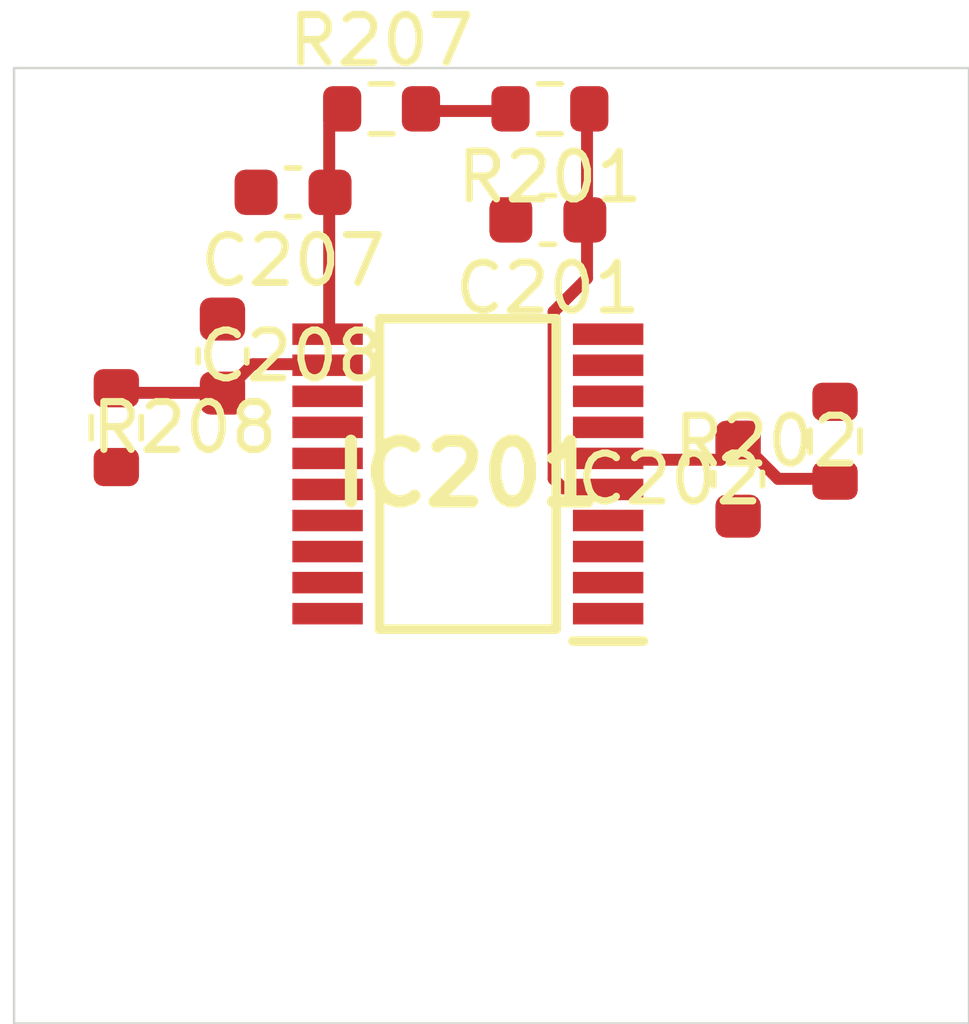
<source format=kicad_pcb>
 ( kicad_pcb  ( version 20171130 )
 ( host pcbnew 5.1.12-84ad8e8a86~92~ubuntu18.04.1 )
 ( general  ( thickness 1.6 )
 ( drawings 4 )
 ( tracks 0 )
 ( zones 0 )
 ( modules 9 )
 ( nets 19 )
)
 ( page A4 )
 ( layers  ( 0 F.Cu signal )
 ( 31 B.Cu signal )
 ( 32 B.Adhes user )
 ( 33 F.Adhes user )
 ( 34 B.Paste user )
 ( 35 F.Paste user )
 ( 36 B.SilkS user )
 ( 37 F.SilkS user )
 ( 38 B.Mask user )
 ( 39 F.Mask user )
 ( 40 Dwgs.User user )
 ( 41 Cmts.User user )
 ( 42 Eco1.User user )
 ( 43 Eco2.User user )
 ( 44 Edge.Cuts user )
 ( 45 Margin user )
 ( 46 B.CrtYd user )
 ( 47 F.CrtYd user )
 ( 48 B.Fab user )
 ( 49 F.Fab user )
)
 ( setup  ( last_trace_width 0.25 )
 ( trace_clearance 0.2 )
 ( zone_clearance 0.508 )
 ( zone_45_only no )
 ( trace_min 0.2 )
 ( via_size 0.8 )
 ( via_drill 0.4 )
 ( via_min_size 0.4 )
 ( via_min_drill 0.3 )
 ( uvia_size 0.3 )
 ( uvia_drill 0.1 )
 ( uvias_allowed no )
 ( uvia_min_size 0.2 )
 ( uvia_min_drill 0.1 )
 ( edge_width 0.05 )
 ( segment_width 0.2 )
 ( pcb_text_width 0.3 )
 ( pcb_text_size 1.5 1.5 )
 ( mod_edge_width 0.12 )
 ( mod_text_size 1 1 )
 ( mod_text_width 0.15 )
 ( pad_size 1.524 1.524 )
 ( pad_drill 0.762 )
 ( pad_to_mask_clearance 0 )
 ( aux_axis_origin 0 0 )
 ( visible_elements FFFFFF7F )
 ( pcbplotparams  ( layerselection 0x010fc_ffffffff )
 ( usegerberextensions false )
 ( usegerberattributes true )
 ( usegerberadvancedattributes true )
 ( creategerberjobfile true )
 ( excludeedgelayer true )
 ( linewidth 0.100000 )
 ( plotframeref false )
 ( viasonmask false )
 ( mode 1 )
 ( useauxorigin false )
 ( hpglpennumber 1 )
 ( hpglpenspeed 20 )
 ( hpglpendiameter 15.000000 )
 ( psnegative false )
 ( psa4output false )
 ( plotreference true )
 ( plotvalue true )
 ( plotinvisibletext false )
 ( padsonsilk false )
 ( subtractmaskfromsilk false )
 ( outputformat 1 )
 ( mirror false )
 ( drillshape 1 )
 ( scaleselection 1 )
 ( outputdirectory "" )
)
)
 ( net 0 "" )
 ( net 1 GND )
 ( net 2 /Sheet6235D886/ch0 )
 ( net 3 /Sheet6235D886/ch1 )
 ( net 4 /Sheet6235D886/ch2 )
 ( net 5 /Sheet6235D886/ch3 )
 ( net 6 /Sheet6235D886/ch4 )
 ( net 7 /Sheet6235D886/ch5 )
 ( net 8 /Sheet6235D886/ch6 )
 ( net 9 /Sheet6235D886/ch7 )
 ( net 10 VDD )
 ( net 11 VDDA )
 ( net 12 /Sheet6235D886/adc_csn )
 ( net 13 /Sheet6235D886/adc_sck )
 ( net 14 /Sheet6235D886/adc_sdi )
 ( net 15 /Sheet6235D886/adc_sdo )
 ( net 16 /Sheet6235D886/vp )
 ( net 17 /Sheet6248AD22/chn0 )
 ( net 18 /Sheet6248AD22/chn3 )
 ( net_class Default "This is the default net class."  ( clearance 0.2 )
 ( trace_width 0.25 )
 ( via_dia 0.8 )
 ( via_drill 0.4 )
 ( uvia_dia 0.3 )
 ( uvia_drill 0.1 )
 ( add_net /Sheet6235D886/adc_csn )
 ( add_net /Sheet6235D886/adc_sck )
 ( add_net /Sheet6235D886/adc_sdi )
 ( add_net /Sheet6235D886/adc_sdo )
 ( add_net /Sheet6235D886/ch0 )
 ( add_net /Sheet6235D886/ch1 )
 ( add_net /Sheet6235D886/ch2 )
 ( add_net /Sheet6235D886/ch3 )
 ( add_net /Sheet6235D886/ch4 )
 ( add_net /Sheet6235D886/ch5 )
 ( add_net /Sheet6235D886/ch6 )
 ( add_net /Sheet6235D886/ch7 )
 ( add_net /Sheet6235D886/vp )
 ( add_net /Sheet6248AD22/chn0 )
 ( add_net /Sheet6248AD22/chn3 )
 ( add_net GND )
 ( add_net VDD )
 ( add_net VDDA )
)
 ( module Capacitor_SMD:C_0603_1608Metric  ( layer F.Cu )
 ( tedit 5F68FEEE )
 ( tstamp 6234222D )
 ( at 91.179556 103.179754 180.000000 )
 ( descr "Capacitor SMD 0603 (1608 Metric), square (rectangular) end terminal, IPC_7351 nominal, (Body size source: IPC-SM-782 page 76, https://www.pcb-3d.com/wordpress/wp-content/uploads/ipc-sm-782a_amendment_1_and_2.pdf), generated with kicad-footprint-generator" )
 ( tags capacitor )
 ( path /6235D887/623691C5 )
 ( attr smd )
 ( fp_text reference C201  ( at 0 -1.43 )
 ( layer F.SilkS )
 ( effects  ( font  ( size 1 1 )
 ( thickness 0.15 )
)
)
)
 ( fp_text value 0.1uF  ( at 0 1.43 )
 ( layer F.Fab )
 ( effects  ( font  ( size 1 1 )
 ( thickness 0.15 )
)
)
)
 ( fp_line  ( start -0.8 0.4 )
 ( end -0.8 -0.4 )
 ( layer F.Fab )
 ( width 0.1 )
)
 ( fp_line  ( start -0.8 -0.4 )
 ( end 0.8 -0.4 )
 ( layer F.Fab )
 ( width 0.1 )
)
 ( fp_line  ( start 0.8 -0.4 )
 ( end 0.8 0.4 )
 ( layer F.Fab )
 ( width 0.1 )
)
 ( fp_line  ( start 0.8 0.4 )
 ( end -0.8 0.4 )
 ( layer F.Fab )
 ( width 0.1 )
)
 ( fp_line  ( start -0.14058 -0.51 )
 ( end 0.14058 -0.51 )
 ( layer F.SilkS )
 ( width 0.12 )
)
 ( fp_line  ( start -0.14058 0.51 )
 ( end 0.14058 0.51 )
 ( layer F.SilkS )
 ( width 0.12 )
)
 ( fp_line  ( start -1.48 0.73 )
 ( end -1.48 -0.73 )
 ( layer F.CrtYd )
 ( width 0.05 )
)
 ( fp_line  ( start -1.48 -0.73 )
 ( end 1.48 -0.73 )
 ( layer F.CrtYd )
 ( width 0.05 )
)
 ( fp_line  ( start 1.48 -0.73 )
 ( end 1.48 0.73 )
 ( layer F.CrtYd )
 ( width 0.05 )
)
 ( fp_line  ( start 1.48 0.73 )
 ( end -1.48 0.73 )
 ( layer F.CrtYd )
 ( width 0.05 )
)
 ( fp_text user %R  ( at 0 0 )
 ( layer F.Fab )
 ( effects  ( font  ( size 0.4 0.4 )
 ( thickness 0.06 )
)
)
)
 ( pad 2 smd roundrect  ( at 0.775 0 180.000000 )
 ( size 0.9 0.95 )
 ( layers F.Cu F.Mask F.Paste )
 ( roundrect_rratio 0.25 )
 ( net 1 GND )
)
 ( pad 1 smd roundrect  ( at -0.775 0 180.000000 )
 ( size 0.9 0.95 )
 ( layers F.Cu F.Mask F.Paste )
 ( roundrect_rratio 0.25 )
 ( net 2 /Sheet6235D886/ch0 )
)
 ( model ${KISYS3DMOD}/Capacitor_SMD.3dshapes/C_0603_1608Metric.wrl  ( at  ( xyz 0 0 0 )
)
 ( scale  ( xyz 1 1 1 )
)
 ( rotate  ( xyz 0 0 0 )
)
)
)
 ( module Capacitor_SMD:C_0603_1608Metric  ( layer F.Cu )
 ( tedit 5F68FEEE )
 ( tstamp 6234223E )
 ( at 95.163887 108.605931 90.000000 )
 ( descr "Capacitor SMD 0603 (1608 Metric), square (rectangular) end terminal, IPC_7351 nominal, (Body size source: IPC-SM-782 page 76, https://www.pcb-3d.com/wordpress/wp-content/uploads/ipc-sm-782a_amendment_1_and_2.pdf), generated with kicad-footprint-generator" )
 ( tags capacitor )
 ( path /6235D887/62369EE0 )
 ( attr smd )
 ( fp_text reference C202  ( at 0 -1.43 )
 ( layer F.SilkS )
 ( effects  ( font  ( size 1 1 )
 ( thickness 0.15 )
)
)
)
 ( fp_text value 0.1uF  ( at 0 1.43 )
 ( layer F.Fab )
 ( effects  ( font  ( size 1 1 )
 ( thickness 0.15 )
)
)
)
 ( fp_line  ( start 1.48 0.73 )
 ( end -1.48 0.73 )
 ( layer F.CrtYd )
 ( width 0.05 )
)
 ( fp_line  ( start 1.48 -0.73 )
 ( end 1.48 0.73 )
 ( layer F.CrtYd )
 ( width 0.05 )
)
 ( fp_line  ( start -1.48 -0.73 )
 ( end 1.48 -0.73 )
 ( layer F.CrtYd )
 ( width 0.05 )
)
 ( fp_line  ( start -1.48 0.73 )
 ( end -1.48 -0.73 )
 ( layer F.CrtYd )
 ( width 0.05 )
)
 ( fp_line  ( start -0.14058 0.51 )
 ( end 0.14058 0.51 )
 ( layer F.SilkS )
 ( width 0.12 )
)
 ( fp_line  ( start -0.14058 -0.51 )
 ( end 0.14058 -0.51 )
 ( layer F.SilkS )
 ( width 0.12 )
)
 ( fp_line  ( start 0.8 0.4 )
 ( end -0.8 0.4 )
 ( layer F.Fab )
 ( width 0.1 )
)
 ( fp_line  ( start 0.8 -0.4 )
 ( end 0.8 0.4 )
 ( layer F.Fab )
 ( width 0.1 )
)
 ( fp_line  ( start -0.8 -0.4 )
 ( end 0.8 -0.4 )
 ( layer F.Fab )
 ( width 0.1 )
)
 ( fp_line  ( start -0.8 0.4 )
 ( end -0.8 -0.4 )
 ( layer F.Fab )
 ( width 0.1 )
)
 ( fp_text user %R  ( at 0 0 )
 ( layer F.Fab )
 ( effects  ( font  ( size 0.4 0.4 )
 ( thickness 0.06 )
)
)
)
 ( pad 1 smd roundrect  ( at -0.775 0 90.000000 )
 ( size 0.9 0.95 )
 ( layers F.Cu F.Mask F.Paste )
 ( roundrect_rratio 0.25 )
 ( net 1 GND )
)
 ( pad 2 smd roundrect  ( at 0.775 0 90.000000 )
 ( size 0.9 0.95 )
 ( layers F.Cu F.Mask F.Paste )
 ( roundrect_rratio 0.25 )
 ( net 3 /Sheet6235D886/ch1 )
)
 ( model ${KISYS3DMOD}/Capacitor_SMD.3dshapes/C_0603_1608Metric.wrl  ( at  ( xyz 0 0 0 )
)
 ( scale  ( xyz 1 1 1 )
)
 ( rotate  ( xyz 0 0 0 )
)
)
)
 ( module Capacitor_SMD:C_0603_1608Metric  ( layer F.Cu )
 ( tedit 5F68FEEE )
 ( tstamp 62342293 )
 ( at 85.842830 102.602815 180.000000 )
 ( descr "Capacitor SMD 0603 (1608 Metric), square (rectangular) end terminal, IPC_7351 nominal, (Body size source: IPC-SM-782 page 76, https://www.pcb-3d.com/wordpress/wp-content/uploads/ipc-sm-782a_amendment_1_and_2.pdf), generated with kicad-footprint-generator" )
 ( tags capacitor )
 ( path /6235D887/6238B3FE )
 ( attr smd )
 ( fp_text reference C207  ( at 0 -1.43 )
 ( layer F.SilkS )
 ( effects  ( font  ( size 1 1 )
 ( thickness 0.15 )
)
)
)
 ( fp_text value 0.1uF  ( at 0 1.43 )
 ( layer F.Fab )
 ( effects  ( font  ( size 1 1 )
 ( thickness 0.15 )
)
)
)
 ( fp_line  ( start -0.8 0.4 )
 ( end -0.8 -0.4 )
 ( layer F.Fab )
 ( width 0.1 )
)
 ( fp_line  ( start -0.8 -0.4 )
 ( end 0.8 -0.4 )
 ( layer F.Fab )
 ( width 0.1 )
)
 ( fp_line  ( start 0.8 -0.4 )
 ( end 0.8 0.4 )
 ( layer F.Fab )
 ( width 0.1 )
)
 ( fp_line  ( start 0.8 0.4 )
 ( end -0.8 0.4 )
 ( layer F.Fab )
 ( width 0.1 )
)
 ( fp_line  ( start -0.14058 -0.51 )
 ( end 0.14058 -0.51 )
 ( layer F.SilkS )
 ( width 0.12 )
)
 ( fp_line  ( start -0.14058 0.51 )
 ( end 0.14058 0.51 )
 ( layer F.SilkS )
 ( width 0.12 )
)
 ( fp_line  ( start -1.48 0.73 )
 ( end -1.48 -0.73 )
 ( layer F.CrtYd )
 ( width 0.05 )
)
 ( fp_line  ( start -1.48 -0.73 )
 ( end 1.48 -0.73 )
 ( layer F.CrtYd )
 ( width 0.05 )
)
 ( fp_line  ( start 1.48 -0.73 )
 ( end 1.48 0.73 )
 ( layer F.CrtYd )
 ( width 0.05 )
)
 ( fp_line  ( start 1.48 0.73 )
 ( end -1.48 0.73 )
 ( layer F.CrtYd )
 ( width 0.05 )
)
 ( fp_text user %R  ( at 0 0 )
 ( layer F.Fab )
 ( effects  ( font  ( size 0.4 0.4 )
 ( thickness 0.06 )
)
)
)
 ( pad 2 smd roundrect  ( at 0.775 0 180.000000 )
 ( size 0.9 0.95 )
 ( layers F.Cu F.Mask F.Paste )
 ( roundrect_rratio 0.25 )
 ( net 1 GND )
)
 ( pad 1 smd roundrect  ( at -0.775 0 180.000000 )
 ( size 0.9 0.95 )
 ( layers F.Cu F.Mask F.Paste )
 ( roundrect_rratio 0.25 )
 ( net 8 /Sheet6235D886/ch6 )
)
 ( model ${KISYS3DMOD}/Capacitor_SMD.3dshapes/C_0603_1608Metric.wrl  ( at  ( xyz 0 0 0 )
)
 ( scale  ( xyz 1 1 1 )
)
 ( rotate  ( xyz 0 0 0 )
)
)
)
 ( module Capacitor_SMD:C_0603_1608Metric  ( layer F.Cu )
 ( tedit 5F68FEEE )
 ( tstamp 623422A4 )
 ( at 84.364337 106.030372 270.000000 )
 ( descr "Capacitor SMD 0603 (1608 Metric), square (rectangular) end terminal, IPC_7351 nominal, (Body size source: IPC-SM-782 page 76, https://www.pcb-3d.com/wordpress/wp-content/uploads/ipc-sm-782a_amendment_1_and_2.pdf), generated with kicad-footprint-generator" )
 ( tags capacitor )
 ( path /6235D887/6238B404 )
 ( attr smd )
 ( fp_text reference C208  ( at 0 -1.43 )
 ( layer F.SilkS )
 ( effects  ( font  ( size 1 1 )
 ( thickness 0.15 )
)
)
)
 ( fp_text value 0.1uF  ( at 0 1.43 )
 ( layer F.Fab )
 ( effects  ( font  ( size 1 1 )
 ( thickness 0.15 )
)
)
)
 ( fp_line  ( start 1.48 0.73 )
 ( end -1.48 0.73 )
 ( layer F.CrtYd )
 ( width 0.05 )
)
 ( fp_line  ( start 1.48 -0.73 )
 ( end 1.48 0.73 )
 ( layer F.CrtYd )
 ( width 0.05 )
)
 ( fp_line  ( start -1.48 -0.73 )
 ( end 1.48 -0.73 )
 ( layer F.CrtYd )
 ( width 0.05 )
)
 ( fp_line  ( start -1.48 0.73 )
 ( end -1.48 -0.73 )
 ( layer F.CrtYd )
 ( width 0.05 )
)
 ( fp_line  ( start -0.14058 0.51 )
 ( end 0.14058 0.51 )
 ( layer F.SilkS )
 ( width 0.12 )
)
 ( fp_line  ( start -0.14058 -0.51 )
 ( end 0.14058 -0.51 )
 ( layer F.SilkS )
 ( width 0.12 )
)
 ( fp_line  ( start 0.8 0.4 )
 ( end -0.8 0.4 )
 ( layer F.Fab )
 ( width 0.1 )
)
 ( fp_line  ( start 0.8 -0.4 )
 ( end 0.8 0.4 )
 ( layer F.Fab )
 ( width 0.1 )
)
 ( fp_line  ( start -0.8 -0.4 )
 ( end 0.8 -0.4 )
 ( layer F.Fab )
 ( width 0.1 )
)
 ( fp_line  ( start -0.8 0.4 )
 ( end -0.8 -0.4 )
 ( layer F.Fab )
 ( width 0.1 )
)
 ( fp_text user %R  ( at 0 0 )
 ( layer F.Fab )
 ( effects  ( font  ( size 0.4 0.4 )
 ( thickness 0.06 )
)
)
)
 ( pad 1 smd roundrect  ( at -0.775 0 270.000000 )
 ( size 0.9 0.95 )
 ( layers F.Cu F.Mask F.Paste )
 ( roundrect_rratio 0.25 )
 ( net 1 GND )
)
 ( pad 2 smd roundrect  ( at 0.775 0 270.000000 )
 ( size 0.9 0.95 )
 ( layers F.Cu F.Mask F.Paste )
 ( roundrect_rratio 0.25 )
 ( net 9 /Sheet6235D886/ch7 )
)
 ( model ${KISYS3DMOD}/Capacitor_SMD.3dshapes/C_0603_1608Metric.wrl  ( at  ( xyz 0 0 0 )
)
 ( scale  ( xyz 1 1 1 )
)
 ( rotate  ( xyz 0 0 0 )
)
)
)
 ( module MCP3564R-E_ST:SOP65P640X120-20N locked  ( layer F.Cu )
 ( tedit 623351C2 )
 ( tstamp 623423D6 )
 ( at 89.504300 108.497000 180.000000 )
 ( descr "20-Lead Plastic Thin Shrink Small Outline (ST) - 4.4mm body [TSSOP]" )
 ( tags "Integrated Circuit" )
 ( path /6235D887/6235E071 )
 ( attr smd )
 ( fp_text reference IC201  ( at 0 0 )
 ( layer F.SilkS )
 ( effects  ( font  ( size 1.27 1.27 )
 ( thickness 0.254 )
)
)
)
 ( fp_text value MCP3564R-E_ST  ( at 0 0 )
 ( layer F.SilkS )
hide  ( effects  ( font  ( size 1.27 1.27 )
 ( thickness 0.254 )
)
)
)
 ( fp_line  ( start -3.925 -3.55 )
 ( end 3.925 -3.55 )
 ( layer Dwgs.User )
 ( width 0.05 )
)
 ( fp_line  ( start 3.925 -3.55 )
 ( end 3.925 3.55 )
 ( layer Dwgs.User )
 ( width 0.05 )
)
 ( fp_line  ( start 3.925 3.55 )
 ( end -3.925 3.55 )
 ( layer Dwgs.User )
 ( width 0.05 )
)
 ( fp_line  ( start -3.925 3.55 )
 ( end -3.925 -3.55 )
 ( layer Dwgs.User )
 ( width 0.05 )
)
 ( fp_line  ( start -2.2 -3.25 )
 ( end 2.2 -3.25 )
 ( layer Dwgs.User )
 ( width 0.1 )
)
 ( fp_line  ( start 2.2 -3.25 )
 ( end 2.2 3.25 )
 ( layer Dwgs.User )
 ( width 0.1 )
)
 ( fp_line  ( start 2.2 3.25 )
 ( end -2.2 3.25 )
 ( layer Dwgs.User )
 ( width 0.1 )
)
 ( fp_line  ( start -2.2 3.25 )
 ( end -2.2 -3.25 )
 ( layer Dwgs.User )
 ( width 0.1 )
)
 ( fp_line  ( start -2.2 -2.6 )
 ( end -1.55 -3.25 )
 ( layer Dwgs.User )
 ( width 0.1 )
)
 ( fp_line  ( start -1.85 -3.25 )
 ( end 1.85 -3.25 )
 ( layer F.SilkS )
 ( width 0.2 )
)
 ( fp_line  ( start 1.85 -3.25 )
 ( end 1.85 3.25 )
 ( layer F.SilkS )
 ( width 0.2 )
)
 ( fp_line  ( start 1.85 3.25 )
 ( end -1.85 3.25 )
 ( layer F.SilkS )
 ( width 0.2 )
)
 ( fp_line  ( start -1.85 3.25 )
 ( end -1.85 -3.25 )
 ( layer F.SilkS )
 ( width 0.2 )
)
 ( fp_line  ( start -3.675 -3.5 )
 ( end -2.2 -3.5 )
 ( layer F.SilkS )
 ( width 0.2 )
)
 ( pad 1 smd rect  ( at -2.938 -2.925 270.000000 )
 ( size 0.45 1.475 )
 ( layers F.Cu F.Mask F.Paste )
 ( net 11 VDDA )
)
 ( pad 2 smd rect  ( at -2.938 -2.275 270.000000 )
 ( size 0.45 1.475 )
 ( layers F.Cu F.Mask F.Paste )
 ( net 1 GND )
)
 ( pad 3 smd rect  ( at -2.938 -1.625 270.000000 )
 ( size 0.45 1.475 )
 ( layers F.Cu F.Mask F.Paste )
 ( net 1 GND )
)
 ( pad 4 smd rect  ( at -2.938 -0.975 270.000000 )
 ( size 0.45 1.475 )
 ( layers F.Cu F.Mask F.Paste )
)
 ( pad 5 smd rect  ( at -2.938 -0.325 270.000000 )
 ( size 0.45 1.475 )
 ( layers F.Cu F.Mask F.Paste )
 ( net 2 /Sheet6235D886/ch0 )
)
 ( pad 6 smd rect  ( at -2.938 0.325 270.000000 )
 ( size 0.45 1.475 )
 ( layers F.Cu F.Mask F.Paste )
 ( net 3 /Sheet6235D886/ch1 )
)
 ( pad 7 smd rect  ( at -2.938 0.975 270.000000 )
 ( size 0.45 1.475 )
 ( layers F.Cu F.Mask F.Paste )
 ( net 4 /Sheet6235D886/ch2 )
)
 ( pad 8 smd rect  ( at -2.938 1.625 270.000000 )
 ( size 0.45 1.475 )
 ( layers F.Cu F.Mask F.Paste )
 ( net 5 /Sheet6235D886/ch3 )
)
 ( pad 9 smd rect  ( at -2.938 2.275 270.000000 )
 ( size 0.45 1.475 )
 ( layers F.Cu F.Mask F.Paste )
 ( net 6 /Sheet6235D886/ch4 )
)
 ( pad 10 smd rect  ( at -2.938 2.925 270.000000 )
 ( size 0.45 1.475 )
 ( layers F.Cu F.Mask F.Paste )
 ( net 7 /Sheet6235D886/ch5 )
)
 ( pad 11 smd rect  ( at 2.938 2.925 270.000000 )
 ( size 0.45 1.475 )
 ( layers F.Cu F.Mask F.Paste )
 ( net 8 /Sheet6235D886/ch6 )
)
 ( pad 12 smd rect  ( at 2.938 2.275 270.000000 )
 ( size 0.45 1.475 )
 ( layers F.Cu F.Mask F.Paste )
 ( net 9 /Sheet6235D886/ch7 )
)
 ( pad 13 smd rect  ( at 2.938 1.625 270.000000 )
 ( size 0.45 1.475 )
 ( layers F.Cu F.Mask F.Paste )
 ( net 12 /Sheet6235D886/adc_csn )
)
 ( pad 14 smd rect  ( at 2.938 0.975 270.000000 )
 ( size 0.45 1.475 )
 ( layers F.Cu F.Mask F.Paste )
 ( net 13 /Sheet6235D886/adc_sck )
)
 ( pad 15 smd rect  ( at 2.938 0.325 270.000000 )
 ( size 0.45 1.475 )
 ( layers F.Cu F.Mask F.Paste )
 ( net 14 /Sheet6235D886/adc_sdi )
)
 ( pad 16 smd rect  ( at 2.938 -0.325 270.000000 )
 ( size 0.45 1.475 )
 ( layers F.Cu F.Mask F.Paste )
 ( net 15 /Sheet6235D886/adc_sdo )
)
 ( pad 17 smd rect  ( at 2.938 -0.975 270.000000 )
 ( size 0.45 1.475 )
 ( layers F.Cu F.Mask F.Paste )
)
 ( pad 18 smd rect  ( at 2.938 -1.625 270.000000 )
 ( size 0.45 1.475 )
 ( layers F.Cu F.Mask F.Paste )
)
 ( pad 19 smd rect  ( at 2.938 -2.275 270.000000 )
 ( size 0.45 1.475 )
 ( layers F.Cu F.Mask F.Paste )
 ( net 1 GND )
)
 ( pad 20 smd rect  ( at 2.938 -2.925 270.000000 )
 ( size 0.45 1.475 )
 ( layers F.Cu F.Mask F.Paste )
 ( net 10 VDD )
)
)
 ( module Resistor_SMD:R_0603_1608Metric  ( layer F.Cu )
 ( tedit 5F68FEEE )
 ( tstamp 6234250D )
 ( at 91.222518 100.855000 180.000000 )
 ( descr "Resistor SMD 0603 (1608 Metric), square (rectangular) end terminal, IPC_7351 nominal, (Body size source: IPC-SM-782 page 72, https://www.pcb-3d.com/wordpress/wp-content/uploads/ipc-sm-782a_amendment_1_and_2.pdf), generated with kicad-footprint-generator" )
 ( tags resistor )
 ( path /6235D887/623641B7 )
 ( attr smd )
 ( fp_text reference R201  ( at 0 -1.43 )
 ( layer F.SilkS )
 ( effects  ( font  ( size 1 1 )
 ( thickness 0.15 )
)
)
)
 ( fp_text value 1k  ( at 0 1.43 )
 ( layer F.Fab )
 ( effects  ( font  ( size 1 1 )
 ( thickness 0.15 )
)
)
)
 ( fp_line  ( start -0.8 0.4125 )
 ( end -0.8 -0.4125 )
 ( layer F.Fab )
 ( width 0.1 )
)
 ( fp_line  ( start -0.8 -0.4125 )
 ( end 0.8 -0.4125 )
 ( layer F.Fab )
 ( width 0.1 )
)
 ( fp_line  ( start 0.8 -0.4125 )
 ( end 0.8 0.4125 )
 ( layer F.Fab )
 ( width 0.1 )
)
 ( fp_line  ( start 0.8 0.4125 )
 ( end -0.8 0.4125 )
 ( layer F.Fab )
 ( width 0.1 )
)
 ( fp_line  ( start -0.237258 -0.5225 )
 ( end 0.237258 -0.5225 )
 ( layer F.SilkS )
 ( width 0.12 )
)
 ( fp_line  ( start -0.237258 0.5225 )
 ( end 0.237258 0.5225 )
 ( layer F.SilkS )
 ( width 0.12 )
)
 ( fp_line  ( start -1.48 0.73 )
 ( end -1.48 -0.73 )
 ( layer F.CrtYd )
 ( width 0.05 )
)
 ( fp_line  ( start -1.48 -0.73 )
 ( end 1.48 -0.73 )
 ( layer F.CrtYd )
 ( width 0.05 )
)
 ( fp_line  ( start 1.48 -0.73 )
 ( end 1.48 0.73 )
 ( layer F.CrtYd )
 ( width 0.05 )
)
 ( fp_line  ( start 1.48 0.73 )
 ( end -1.48 0.73 )
 ( layer F.CrtYd )
 ( width 0.05 )
)
 ( fp_text user %R  ( at 0 0 )
 ( layer F.Fab )
 ( effects  ( font  ( size 0.4 0.4 )
 ( thickness 0.06 )
)
)
)
 ( pad 2 smd roundrect  ( at 0.825 0 180.000000 )
 ( size 0.8 0.95 )
 ( layers F.Cu F.Mask F.Paste )
 ( roundrect_rratio 0.25 )
 ( net 16 /Sheet6235D886/vp )
)
 ( pad 1 smd roundrect  ( at -0.825 0 180.000000 )
 ( size 0.8 0.95 )
 ( layers F.Cu F.Mask F.Paste )
 ( roundrect_rratio 0.25 )
 ( net 2 /Sheet6235D886/ch0 )
)
 ( model ${KISYS3DMOD}/Resistor_SMD.3dshapes/R_0603_1608Metric.wrl  ( at  ( xyz 0 0 0 )
)
 ( scale  ( xyz 1 1 1 )
)
 ( rotate  ( xyz 0 0 0 )
)
)
)
 ( module Resistor_SMD:R_0603_1608Metric  ( layer F.Cu )
 ( tedit 5F68FEEE )
 ( tstamp 6234251E )
 ( at 97.194274 107.812773 90.000000 )
 ( descr "Resistor SMD 0603 (1608 Metric), square (rectangular) end terminal, IPC_7351 nominal, (Body size source: IPC-SM-782 page 72, https://www.pcb-3d.com/wordpress/wp-content/uploads/ipc-sm-782a_amendment_1_and_2.pdf), generated with kicad-footprint-generator" )
 ( tags resistor )
 ( path /6235D887/6236A646 )
 ( attr smd )
 ( fp_text reference R202  ( at 0 -1.43 )
 ( layer F.SilkS )
 ( effects  ( font  ( size 1 1 )
 ( thickness 0.15 )
)
)
)
 ( fp_text value 1k  ( at 0 1.43 )
 ( layer F.Fab )
 ( effects  ( font  ( size 1 1 )
 ( thickness 0.15 )
)
)
)
 ( fp_line  ( start 1.48 0.73 )
 ( end -1.48 0.73 )
 ( layer F.CrtYd )
 ( width 0.05 )
)
 ( fp_line  ( start 1.48 -0.73 )
 ( end 1.48 0.73 )
 ( layer F.CrtYd )
 ( width 0.05 )
)
 ( fp_line  ( start -1.48 -0.73 )
 ( end 1.48 -0.73 )
 ( layer F.CrtYd )
 ( width 0.05 )
)
 ( fp_line  ( start -1.48 0.73 )
 ( end -1.48 -0.73 )
 ( layer F.CrtYd )
 ( width 0.05 )
)
 ( fp_line  ( start -0.237258 0.5225 )
 ( end 0.237258 0.5225 )
 ( layer F.SilkS )
 ( width 0.12 )
)
 ( fp_line  ( start -0.237258 -0.5225 )
 ( end 0.237258 -0.5225 )
 ( layer F.SilkS )
 ( width 0.12 )
)
 ( fp_line  ( start 0.8 0.4125 )
 ( end -0.8 0.4125 )
 ( layer F.Fab )
 ( width 0.1 )
)
 ( fp_line  ( start 0.8 -0.4125 )
 ( end 0.8 0.4125 )
 ( layer F.Fab )
 ( width 0.1 )
)
 ( fp_line  ( start -0.8 -0.4125 )
 ( end 0.8 -0.4125 )
 ( layer F.Fab )
 ( width 0.1 )
)
 ( fp_line  ( start -0.8 0.4125 )
 ( end -0.8 -0.4125 )
 ( layer F.Fab )
 ( width 0.1 )
)
 ( fp_text user %R  ( at 0 0 )
 ( layer F.Fab )
 ( effects  ( font  ( size 0.4 0.4 )
 ( thickness 0.06 )
)
)
)
 ( pad 1 smd roundrect  ( at -0.825 0 90.000000 )
 ( size 0.8 0.95 )
 ( layers F.Cu F.Mask F.Paste )
 ( roundrect_rratio 0.25 )
 ( net 3 /Sheet6235D886/ch1 )
)
 ( pad 2 smd roundrect  ( at 0.825 0 90.000000 )
 ( size 0.8 0.95 )
 ( layers F.Cu F.Mask F.Paste )
 ( roundrect_rratio 0.25 )
 ( net 17 /Sheet6248AD22/chn0 )
)
 ( model ${KISYS3DMOD}/Resistor_SMD.3dshapes/R_0603_1608Metric.wrl  ( at  ( xyz 0 0 0 )
)
 ( scale  ( xyz 1 1 1 )
)
 ( rotate  ( xyz 0 0 0 )
)
)
)
 ( module Resistor_SMD:R_0603_1608Metric  ( layer F.Cu )
 ( tedit 5F68FEEE )
 ( tstamp 62342573 )
 ( at 87.696915 100.855000 )
 ( descr "Resistor SMD 0603 (1608 Metric), square (rectangular) end terminal, IPC_7351 nominal, (Body size source: IPC-SM-782 page 72, https://www.pcb-3d.com/wordpress/wp-content/uploads/ipc-sm-782a_amendment_1_and_2.pdf), generated with kicad-footprint-generator" )
 ( tags resistor )
 ( path /6235D887/6238B3F8 )
 ( attr smd )
 ( fp_text reference R207  ( at 0 -1.43 )
 ( layer F.SilkS )
 ( effects  ( font  ( size 1 1 )
 ( thickness 0.15 )
)
)
)
 ( fp_text value 1k  ( at 0 1.43 )
 ( layer F.Fab )
 ( effects  ( font  ( size 1 1 )
 ( thickness 0.15 )
)
)
)
 ( fp_line  ( start -0.8 0.4125 )
 ( end -0.8 -0.4125 )
 ( layer F.Fab )
 ( width 0.1 )
)
 ( fp_line  ( start -0.8 -0.4125 )
 ( end 0.8 -0.4125 )
 ( layer F.Fab )
 ( width 0.1 )
)
 ( fp_line  ( start 0.8 -0.4125 )
 ( end 0.8 0.4125 )
 ( layer F.Fab )
 ( width 0.1 )
)
 ( fp_line  ( start 0.8 0.4125 )
 ( end -0.8 0.4125 )
 ( layer F.Fab )
 ( width 0.1 )
)
 ( fp_line  ( start -0.237258 -0.5225 )
 ( end 0.237258 -0.5225 )
 ( layer F.SilkS )
 ( width 0.12 )
)
 ( fp_line  ( start -0.237258 0.5225 )
 ( end 0.237258 0.5225 )
 ( layer F.SilkS )
 ( width 0.12 )
)
 ( fp_line  ( start -1.48 0.73 )
 ( end -1.48 -0.73 )
 ( layer F.CrtYd )
 ( width 0.05 )
)
 ( fp_line  ( start -1.48 -0.73 )
 ( end 1.48 -0.73 )
 ( layer F.CrtYd )
 ( width 0.05 )
)
 ( fp_line  ( start 1.48 -0.73 )
 ( end 1.48 0.73 )
 ( layer F.CrtYd )
 ( width 0.05 )
)
 ( fp_line  ( start 1.48 0.73 )
 ( end -1.48 0.73 )
 ( layer F.CrtYd )
 ( width 0.05 )
)
 ( fp_text user %R  ( at 0 0 )
 ( layer F.Fab )
 ( effects  ( font  ( size 0.4 0.4 )
 ( thickness 0.06 )
)
)
)
 ( pad 2 smd roundrect  ( at 0.825 0 )
 ( size 0.8 0.95 )
 ( layers F.Cu F.Mask F.Paste )
 ( roundrect_rratio 0.25 )
 ( net 16 /Sheet6235D886/vp )
)
 ( pad 1 smd roundrect  ( at -0.825 0 )
 ( size 0.8 0.95 )
 ( layers F.Cu F.Mask F.Paste )
 ( roundrect_rratio 0.25 )
 ( net 8 /Sheet6235D886/ch6 )
)
 ( model ${KISYS3DMOD}/Resistor_SMD.3dshapes/R_0603_1608Metric.wrl  ( at  ( xyz 0 0 0 )
)
 ( scale  ( xyz 1 1 1 )
)
 ( rotate  ( xyz 0 0 0 )
)
)
)
 ( module Resistor_SMD:R_0603_1608Metric  ( layer F.Cu )
 ( tedit 5F68FEEE )
 ( tstamp 62342584 )
 ( at 82.141175 107.528028 270.000000 )
 ( descr "Resistor SMD 0603 (1608 Metric), square (rectangular) end terminal, IPC_7351 nominal, (Body size source: IPC-SM-782 page 72, https://www.pcb-3d.com/wordpress/wp-content/uploads/ipc-sm-782a_amendment_1_and_2.pdf), generated with kicad-footprint-generator" )
 ( tags resistor )
 ( path /6235D887/6238B40A )
 ( attr smd )
 ( fp_text reference R208  ( at 0 -1.43 )
 ( layer F.SilkS )
 ( effects  ( font  ( size 1 1 )
 ( thickness 0.15 )
)
)
)
 ( fp_text value 1k  ( at 0 1.43 )
 ( layer F.Fab )
 ( effects  ( font  ( size 1 1 )
 ( thickness 0.15 )
)
)
)
 ( fp_line  ( start 1.48 0.73 )
 ( end -1.48 0.73 )
 ( layer F.CrtYd )
 ( width 0.05 )
)
 ( fp_line  ( start 1.48 -0.73 )
 ( end 1.48 0.73 )
 ( layer F.CrtYd )
 ( width 0.05 )
)
 ( fp_line  ( start -1.48 -0.73 )
 ( end 1.48 -0.73 )
 ( layer F.CrtYd )
 ( width 0.05 )
)
 ( fp_line  ( start -1.48 0.73 )
 ( end -1.48 -0.73 )
 ( layer F.CrtYd )
 ( width 0.05 )
)
 ( fp_line  ( start -0.237258 0.5225 )
 ( end 0.237258 0.5225 )
 ( layer F.SilkS )
 ( width 0.12 )
)
 ( fp_line  ( start -0.237258 -0.5225 )
 ( end 0.237258 -0.5225 )
 ( layer F.SilkS )
 ( width 0.12 )
)
 ( fp_line  ( start 0.8 0.4125 )
 ( end -0.8 0.4125 )
 ( layer F.Fab )
 ( width 0.1 )
)
 ( fp_line  ( start 0.8 -0.4125 )
 ( end 0.8 0.4125 )
 ( layer F.Fab )
 ( width 0.1 )
)
 ( fp_line  ( start -0.8 -0.4125 )
 ( end 0.8 -0.4125 )
 ( layer F.Fab )
 ( width 0.1 )
)
 ( fp_line  ( start -0.8 0.4125 )
 ( end -0.8 -0.4125 )
 ( layer F.Fab )
 ( width 0.1 )
)
 ( fp_text user %R  ( at 0 0 )
 ( layer F.Fab )
 ( effects  ( font  ( size 0.4 0.4 )
 ( thickness 0.06 )
)
)
)
 ( pad 1 smd roundrect  ( at -0.825 0 270.000000 )
 ( size 0.8 0.95 )
 ( layers F.Cu F.Mask F.Paste )
 ( roundrect_rratio 0.25 )
 ( net 9 /Sheet6235D886/ch7 )
)
 ( pad 2 smd roundrect  ( at 0.825 0 270.000000 )
 ( size 0.8 0.95 )
 ( layers F.Cu F.Mask F.Paste )
 ( roundrect_rratio 0.25 )
 ( net 18 /Sheet6248AD22/chn3 )
)
 ( model ${KISYS3DMOD}/Resistor_SMD.3dshapes/R_0603_1608Metric.wrl  ( at  ( xyz 0 0 0 )
)
 ( scale  ( xyz 1 1 1 )
)
 ( rotate  ( xyz 0 0 0 )
)
)
)
 ( gr_line  ( start 100 100 )
 ( end 100 120 )
 ( layer Edge.Cuts )
 ( width 0.05 )
 ( tstamp 62E770C4 )
)
 ( gr_line  ( start 80 120 )
 ( end 100 120 )
 ( layer Edge.Cuts )
 ( width 0.05 )
 ( tstamp 62E770C0 )
)
 ( gr_line  ( start 80 100 )
 ( end 100 100 )
 ( layer Edge.Cuts )
 ( width 0.05 )
 ( tstamp 6234110C )
)
 ( gr_line  ( start 80 100 )
 ( end 80 120 )
 ( layer Edge.Cuts )
 ( width 0.05 )
)
 ( segment  ( start 92.400001 108.800002 )
 ( end 91.500001 108.800002 )
 ( width 0.250000 )
 ( layer F.Cu )
 ( net 2 )
)
 ( segment  ( start 91.500001 108.800002 )
 ( end 91.300001 108.600002 )
 ( width 0.250000 )
 ( layer F.Cu )
 ( net 2 )
)
 ( segment  ( start 91.300001 108.600002 )
 ( end 91.300001 105.100002 )
 ( width 0.250000 )
 ( layer F.Cu )
 ( net 2 )
)
 ( segment  ( start 91.300001 105.100002 )
 ( end 92.000001 104.400002 )
 ( width 0.250000 )
 ( layer F.Cu )
 ( net 2 )
)
 ( segment  ( start 92.000001 104.400002 )
 ( end 92.000001 103.200002 )
 ( width 0.250000 )
 ( layer F.Cu )
 ( net 2 )
)
 ( segment  ( start 92.000001 100.900002 )
 ( end 92.000001 103.200002 )
 ( width 0.250000 )
 ( layer F.Cu )
 ( net 2 )
)
 ( segment  ( start 92.400001 108.200002 )
 ( end 94.800001 108.200002 )
 ( width 0.250000 )
 ( layer F.Cu )
 ( net 3 )
)
 ( segment  ( start 94.800001 108.200002 )
 ( end 95.200001 107.800002 )
 ( width 0.250000 )
 ( layer F.Cu )
 ( net 3 )
)
 ( segment  ( start 97.200001 108.600002 )
 ( end 96.000001 108.600002 )
 ( width 0.250000 )
 ( layer F.Cu )
 ( net 3 )
)
 ( segment  ( start 96.000001 108.600002 )
 ( end 95.200001 107.800002 )
 ( width 0.250000 )
 ( layer F.Cu )
 ( net 3 )
)
 ( segment  ( start 86.600001 105.600002 )
 ( end 86.600001 102.600002 )
 ( width 0.250000 )
 ( layer F.Cu )
 ( net 8 )
)
 ( segment  ( start 86.900001 100.900002 )
 ( end 86.600001 101.200002 )
 ( width 0.250000 )
 ( layer F.Cu )
 ( net 8 )
)
 ( segment  ( start 86.600001 101.200002 )
 ( end 86.600001 102.600002 )
 ( width 0.250000 )
 ( layer F.Cu )
 ( net 8 )
)
 ( segment  ( start 86.600001 106.200002 )
 ( end 85.000001 106.200002 )
 ( width 0.250000 )
 ( layer F.Cu )
 ( net 9 )
)
 ( segment  ( start 85.000001 106.200002 )
 ( end 84.400001 106.800002 )
 ( width 0.250000 )
 ( layer F.Cu )
 ( net 9 )
)
 ( segment  ( start 82.100001 106.700002 )
 ( end 82.200001 106.800002 )
 ( width 0.250000 )
 ( layer F.Cu )
 ( net 9 )
)
 ( segment  ( start 82.200001 106.800002 )
 ( end 84.400001 106.800002 )
 ( width 0.250000 )
 ( layer F.Cu )
 ( net 9 )
)
 ( segment  ( start 88.500001 100.900002 )
 ( end 90.400001 100.900002 )
 ( width 0.250000 )
 ( layer F.Cu )
 ( net 16 )
)
)

</source>
